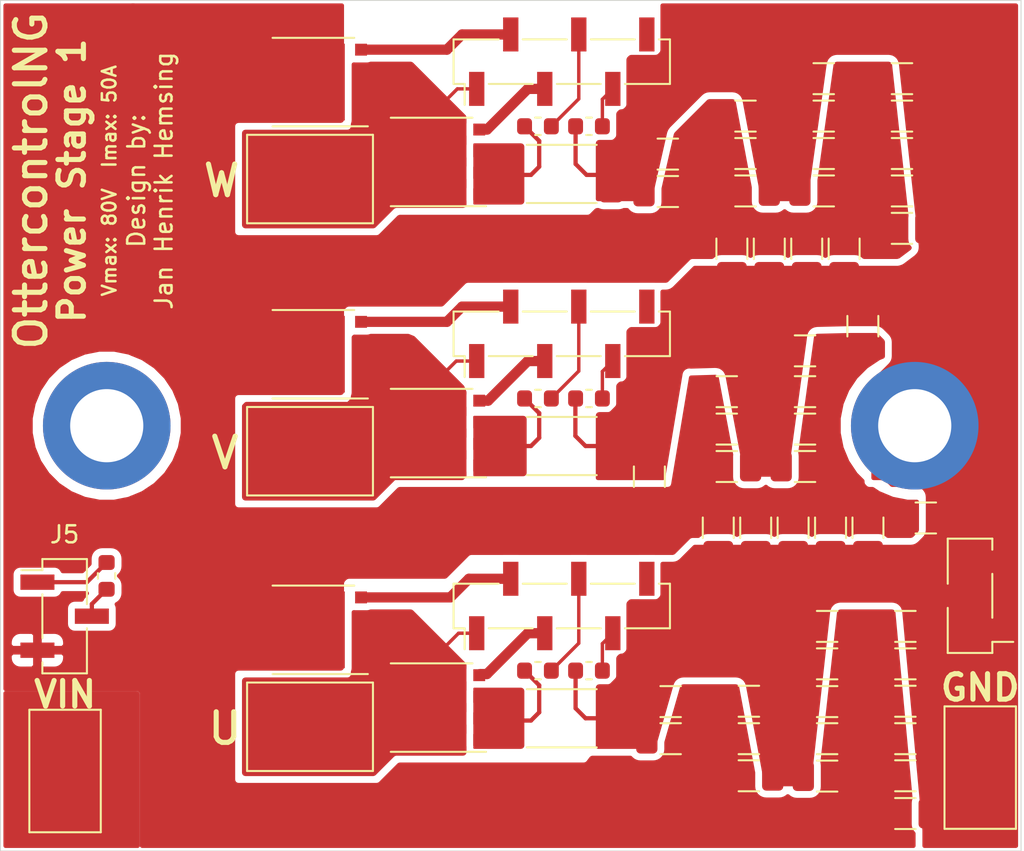
<source format=kicad_pcb>
(kicad_pcb (version 20171130) (host pcbnew 5.1.0)
  (layers (0 F.Cu signal) (31 B.Cu signal) (34 B.Paste user) (35 F.Paste user) (36 B.SilkS user) (37 F.SilkS user) (38 B.Mask user) (39 F.Mask user) (44 Edge.Cuts user))
  (net 0 "")
  (net 1 IUH)
  (net 2 U)
  (net 3 GUH)
  (net 4 IUL)
  (net 5 GUL)
  (net 6 IVH)
  (net 7 V)
  (net 8 GVH)
  (net 9 IVL)
  (net 10 GVL)
  (net 11 IWH)
  (net 12 W)
  (net 13 GWH)
  (net 14 IWL)
  (net 15 GWL)
  (net 16 GND)
  (net 17 "Net-(Q2-Pad1)")
  (net 18 "Net-(Q4-Pad1)")
  (net 19 "Net-(Q6-Pad1)")
  (net 20 VIN)
  (net 21 "Net-(J1-Pad6)")
  (net 22 "Net-(J2-Pad6)")
  (net 23 "Net-(J3-Pad6)")
  (net 24 "Net-(H1-Pad1)")
  (net 25 "Net-(J5-Pad2)")
  (net 26 "Net-(J5-Pad1)")
  (module Connector_PinSocket_2.00mm:PinSocket_1x03_P2.00mm_Vertical_SMD_Pin1Left (layer F.Cu) (at 23.775 56.2)
    (fp_text reference J5 (at 0 -4.8) (layer F.SilkS))
    (fp_text value VIN)
    (pad 2 smd rect (at 1.6 0) (size 2 0.9) (layers F.Cu F.Paste F.Mask) (net 25 "Net-(J5-Pad2)"))
    (pad 3 smd rect (at -1.6 2) (size 2 0.9) (layers F.Cu F.Paste F.Mask) (net 20 VIN))
    (pad 1 smd rect (at -1.6 -2) (size 2 0.9) (layers F.Cu F.Paste F.Mask) (net 26 "Net-(J5-Pad1)"))
  )
  (module Connector_PinSocket_2.00mm:PinSocket_1x03_P2.00mm_Vertical_SMD_Pin1Left (layer F.Cu) (at 77 55 180)
    (fp_text reference J4 hide)
    (fp_text value GND)
    (pad 2 smd rect (at 1.6 0 180) (size 2 0.9) (layers F.Cu F.Paste F.Mask) (net 16 GND))
    (pad 3 smd rect (at -1.6 2 180) (size 2 0.9) (layers F.Cu F.Paste F.Mask) (net 16 GND))
    (pad 1 smd rect (at -1.6 -2 180) (size 2 0.9) (layers F.Cu F.Paste F.Mask) (net 16 GND))
  )
  (module Resistor_SMD:R_0603_1608Metric (layer F.Cu) (at 26.24 53.83 90)
    (fp_text reference TH1 hide)
    (fp_text value 10k)
    (pad 2 smd roundrect (at 0.7875 0 90) (size 0.875 0.95) (layers F.Cu F.Paste F.Mask) (net 26 "Net-(J5-Pad1)"))
    (pad 1 smd roundrect (at -0.7875 0 90) (size 0.875 0.95) (layers F.Cu F.Paste F.Mask) (net 25 "Net-(J5-Pad2)"))
  )
  (module Connector_PinSocket_2.00mm:PinSocket_1x06_P2.00mm_Vertical_SMD_Pin1Left (layer F.Cu) (at 53 23.6 90)
    (fp_text reference J3 hide)
    (fp_text value CON_U)
    (pad 6 smd rect (at 1.6 5 90) (size 2 0.9) (layers F.Cu F.Paste F.Mask) (net 23 "Net-(J3-Pad6)"))
    (pad 4 smd rect (at 1.6 1 90) (size 2 0.9) (layers F.Cu F.Paste F.Mask) (net 11 IWH))
    (pad 2 smd rect (at 1.6 -3 90) (size 2 0.9) (layers F.Cu F.Paste F.Mask) (net 13 GWH))
    (pad 5 smd rect (at -1.6 3 90) (size 2 0.9) (layers F.Cu F.Paste F.Mask) (net 14 IWL))
    (pad 3 smd rect (at -1.6 -1 90) (size 2 0.9) (layers F.Cu F.Paste F.Mask) (net 15 GWL))
    (pad 1 smd rect (at -1.6 -5 90) (size 2 0.9) (layers F.Cu F.Paste F.Mask) (net 12 W))
  )
  (module Connector_PinSocket_2.00mm:PinSocket_1x06_P2.00mm_Vertical_SMD_Pin1Left (layer F.Cu) (at 53 39.6 90)
    (fp_text reference J2 hide)
    (fp_text value CON_U)
    (pad 6 smd rect (at 1.6 5 90) (size 2 0.9) (layers F.Cu F.Paste F.Mask) (net 22 "Net-(J2-Pad6)"))
    (pad 4 smd rect (at 1.6 1 90) (size 2 0.9) (layers F.Cu F.Paste F.Mask) (net 6 IVH))
    (pad 2 smd rect (at 1.6 -3 90) (size 2 0.9) (layers F.Cu F.Paste F.Mask) (net 8 GVH))
    (pad 5 smd rect (at -1.6 3 90) (size 2 0.9) (layers F.Cu F.Paste F.Mask) (net 9 IVL))
    (pad 3 smd rect (at -1.6 -1 90) (size 2 0.9) (layers F.Cu F.Paste F.Mask) (net 10 GVL))
    (pad 1 smd rect (at -1.6 -5 90) (size 2 0.9) (layers F.Cu F.Paste F.Mask) (net 7 V))
  )
  (module Connector_PinSocket_2.00mm:PinSocket_1x06_P2.00mm_Vertical_SMD_Pin1Left (layer F.Cu) (at 53 55.6 90)
    (fp_text reference J1 hide)
    (fp_text value CON_U)
    (pad 6 smd rect (at 1.6 5 90) (size 2 0.9) (layers F.Cu F.Paste F.Mask) (net 21 "Net-(J1-Pad6)"))
    (pad 4 smd rect (at 1.6 1 90) (size 2 0.9) (layers F.Cu F.Paste F.Mask) (net 1 IUH))
    (pad 2 smd rect (at 1.6 -3 90) (size 2 0.9) (layers F.Cu F.Paste F.Mask) (net 3 GUH))
    (pad 5 smd rect (at -1.6 3 90) (size 2 0.9) (layers F.Cu F.Paste F.Mask) (net 4 IUL))
    (pad 3 smd rect (at -1.6 -1 90) (size 2 0.9) (layers F.Cu F.Paste F.Mask) (net 5 GUL))
    (pad 1 smd rect (at -1.6 -5 90) (size 2 0.9) (layers F.Cu F.Paste F.Mask) (net 2 U))
  )
  (module Capacitor_SMD:C_1206_3216Metric (layer F.Cu) (at 59.234315 29.034315 180)
    (fp_text reference C60 hide)
    (fp_text value 2u2)
    (pad 2 smd roundrect (at 1.4 0 180) (size 1.25 1.75) (layers F.Cu F.Paste F.Mask) (roundrect_rratio 0.2) (net 16 GND))
    (pad 1 smd roundrect (at -1.4 0 180) (size 1.25 1.75) (layers F.Cu F.Paste F.Mask) (roundrect_rratio 0.2) (net 20 VIN))
  )
  (module Capacitor_SMD:C_1206_3216Metric (layer F.Cu) (at 73.2 59)
    (fp_text reference C59 hide)
    (fp_text value 2u2)
    (pad 2 smd roundrect (at 1.4 0) (size 1.25 1.75) (layers F.Cu F.Paste F.Mask) (roundrect_rratio 0.2) (net 16 GND))
    (pad 1 smd roundrect (at -1.4 0) (size 1.25 1.75) (layers F.Cu F.Paste F.Mask) (roundrect_rratio 0.2) (net 20 VIN))
  )
  (module Capacitor_SMD:C_1206_3216Metric (layer F.Cu) (at 62.2 51 270)
    (fp_text reference C58 hide)
    (fp_text value 2u2)
    (pad 2 smd roundrect (at 1.4 0 270) (size 1.25 1.75) (layers F.Cu F.Paste F.Mask) (roundrect_rratio 0.2) (net 16 GND))
    (pad 1 smd roundrect (at -1.4 0 270) (size 1.25 1.75) (layers F.Cu F.Paste F.Mask) (roundrect_rratio 0.2) (net 20 VIN))
  )
  (module Capacitor_SMD:C_1206_3216Metric (layer F.Cu) (at 73.2 56.8)
    (fp_text reference C57 hide)
    (fp_text value 2u2)
    (pad 2 smd roundrect (at 1.4 0) (size 1.25 1.75) (layers F.Cu F.Paste F.Mask) (roundrect_rratio 0.2) (net 16 GND))
    (pad 1 smd roundrect (at -1.4 0) (size 1.25 1.75) (layers F.Cu F.Paste F.Mask) (roundrect_rratio 0.2) (net 20 VIN))
  )
  (module Capacitor_SMD:C_1206_3216Metric (layer F.Cu) (at 59.234315 31.234315 180)
    (fp_text reference C56 hide)
    (fp_text value 2u2)
    (pad 2 smd roundrect (at 1.4 0 180) (size 1.25 1.75) (layers F.Cu F.Paste F.Mask) (roundrect_rratio 0.2) (net 16 GND))
    (pad 1 smd roundrect (at -1.4 0 180) (size 1.25 1.75) (layers F.Cu F.Paste F.Mask) (roundrect_rratio 0.2) (net 20 VIN))
  )
  (module Capacitor_SMD:C_1206_3216Metric (layer F.Cu) (at 74.4 50.425)
    (fp_text reference C55 hide)
    (fp_text value 2u2)
    (pad 2 smd roundrect (at 1.4 0) (size 1.25 1.75) (layers F.Cu F.Paste F.Mask) (roundrect_rratio 0.2) (net 16 GND))
    (pad 1 smd roundrect (at -1.4 0) (size 1.25 1.75) (layers F.Cu F.Paste F.Mask) (roundrect_rratio 0.2) (net 20 VIN))
  )
  (module Capacitor_SMD:C_1206_3216Metric (layer F.Cu) (at 68.6 59 180)
    (fp_text reference C54 hide)
    (fp_text value 2u2)
    (pad 2 smd roundrect (at 1.4 0 180) (size 1.25 1.75) (layers F.Cu F.Paste F.Mask) (roundrect_rratio 0.2) (net 16 GND))
    (pad 1 smd roundrect (at -1.4 0 180) (size 1.25 1.75) (layers F.Cu F.Paste F.Mask) (roundrect_rratio 0.2) (net 20 VIN))
  )
  (module Capacitor_SMD:C_1206_3216Metric (layer F.Cu) (at 64.4 50.999999 270)
    (fp_text reference C53 hide)
    (fp_text value 2u2)
    (pad 2 smd roundrect (at 1.4 0 270) (size 1.25 1.75) (layers F.Cu F.Paste F.Mask) (roundrect_rratio 0.2) (net 16 GND))
    (pad 1 smd roundrect (at -1.4 0 270) (size 1.25 1.75) (layers F.Cu F.Paste F.Mask) (roundrect_rratio 0.2) (net 20 VIN))
  )
  (module Capacitor_SMD:C_1206_3216Metric (layer F.Cu) (at 73.2 65.58)
    (fp_text reference C52 hide)
    (fp_text value 2u2)
    (pad 2 smd roundrect (at 1.4 0) (size 1.25 1.75) (layers F.Cu F.Paste F.Mask) (roundrect_rratio 0.2) (net 16 GND))
    (pad 1 smd roundrect (at -1.4 0) (size 1.25 1.75) (layers F.Cu F.Paste F.Mask) (roundrect_rratio 0.2) (net 20 VIN))
  )
  (module Capacitor_SMD:C_1206_3216Metric (layer F.Cu) (at 68.6 56.8 180)
    (fp_text reference C51 hide)
    (fp_text value 2u2)
    (pad 2 smd roundrect (at 1.4 0 180) (size 1.25 1.75) (layers F.Cu F.Paste F.Mask) (roundrect_rratio 0.2) (net 16 GND))
    (pad 1 smd roundrect (at -1.4 0 180) (size 1.25 1.75) (layers F.Cu F.Paste F.Mask) (roundrect_rratio 0.2) (net 20 VIN))
  )
  (module Capacitor_SMD:C_1206_3216Metric (layer F.Cu) (at 68.400001 26.8 180)
    (fp_text reference C50 hide)
    (fp_text value 2u2)
    (pad 2 smd roundrect (at 1.4 0 180) (size 1.25 1.75) (layers F.Cu F.Paste F.Mask) (roundrect_rratio 0.2) (net 16 GND))
    (pad 1 smd roundrect (at -1.4 0 180) (size 1.25 1.75) (layers F.Cu F.Paste F.Mask) (roundrect_rratio 0.2) (net 20 VIN))
  )
  (module Capacitor_SMD:C_1206_3216Metric (layer F.Cu) (at 66.6 51 270)
    (fp_text reference C49 hide)
    (fp_text value 2u2)
    (pad 2 smd roundrect (at 1.4 0 270) (size 1.25 1.75) (layers F.Cu F.Paste F.Mask) (roundrect_rratio 0.2) (net 16 GND))
    (pad 1 smd roundrect (at -1.4 0 270) (size 1.25 1.75) (layers F.Cu F.Paste F.Mask) (roundrect_rratio 0.2) (net 20 VIN))
  )
  (module Capacitor_SMD:C_1206_3216Metric (layer F.Cu) (at 68.4 29 180)
    (fp_text reference C48 hide)
    (fp_text value 2u2)
    (pad 2 smd roundrect (at 1.4 0 180) (size 1.25 1.75) (layers F.Cu F.Paste F.Mask) (roundrect_rratio 0.2) (net 16 GND))
    (pad 1 smd roundrect (at -1.4 0 180) (size 1.25 1.75) (layers F.Cu F.Paste F.Mask) (roundrect_rratio 0.2) (net 20 VIN))
  )
  (module Capacitor_SMD:C_1206_3216Metric (layer F.Cu) (at 73.2 63.4)
    (fp_text reference C47 hide)
    (fp_text value 2u2)
    (pad 2 smd roundrect (at 1.4 0) (size 1.25 1.75) (layers F.Cu F.Paste F.Mask) (roundrect_rratio 0.2) (net 16 GND))
    (pad 1 smd roundrect (at -1.4 0) (size 1.25 1.75) (layers F.Cu F.Paste F.Mask) (roundrect_rratio 0.2) (net 20 VIN))
  )
  (module Capacitor_SMD:C_1206_3216Metric (layer F.Cu) (at 68.4 24.6 180)
    (fp_text reference C46 hide)
    (fp_text value 2u2)
    (pad 2 smd roundrect (at 1.4 0 180) (size 1.25 1.75) (layers F.Cu F.Paste F.Mask) (roundrect_rratio 0.2) (net 16 GND))
    (pad 1 smd roundrect (at -1.4 0 180) (size 1.25 1.75) (layers F.Cu F.Paste F.Mask) (roundrect_rratio 0.2) (net 20 VIN))
  )
  (module Capacitor_SMD:C_1206_3216Metric (layer F.Cu) (at 68.600001 61.22 180)
    (fp_text reference C45 hide)
    (fp_text value 2u2)
    (pad 2 smd roundrect (at 1.4 0 180) (size 1.25 1.75) (layers F.Cu F.Paste F.Mask) (roundrect_rratio 0.2) (net 16 GND))
    (pad 1 smd roundrect (at -1.4 0 180) (size 1.25 1.75) (layers F.Cu F.Paste F.Mask) (roundrect_rratio 0.2) (net 20 VIN))
  )
  (module Capacitor_SMD:C_1206_3216Metric (layer F.Cu) (at 68.4 31.2 180)
    (fp_text reference C44 hide)
    (fp_text value 2u2)
    (pad 2 smd roundrect (at 1.4 0 180) (size 1.25 1.75) (layers F.Cu F.Paste F.Mask) (roundrect_rratio 0.2) (net 16 GND))
    (pad 1 smd roundrect (at -1.4 0 180) (size 1.25 1.75) (layers F.Cu F.Paste F.Mask) (roundrect_rratio 0.2) (net 20 VIN))
  )
  (module Capacitor_SMD:C_1206_3216Metric (layer F.Cu) (at 63.8 31.2)
    (fp_text reference C43 hide)
    (fp_text value 2u2)
    (pad 2 smd roundrect (at 1.4 0) (size 1.25 1.75) (layers F.Cu F.Paste F.Mask) (roundrect_rratio 0.2) (net 16 GND))
    (pad 1 smd roundrect (at -1.4 0) (size 1.25 1.75) (layers F.Cu F.Paste F.Mask) (roundrect_rratio 0.2) (net 20 VIN))
  )
  (module Capacitor_SMD:C_1206_3216Metric (layer F.Cu) (at 73.2 61.2)
    (fp_text reference C42 hide)
    (fp_text value 2u2)
    (pad 2 smd roundrect (at 1.4 0) (size 1.25 1.75) (layers F.Cu F.Paste F.Mask) (roundrect_rratio 0.2) (net 16 GND))
    (pad 1 smd roundrect (at -1.4 0) (size 1.25 1.75) (layers F.Cu F.Paste F.Mask) (roundrect_rratio 0.2) (net 20 VIN))
  )
  (module Capacitor_SMD:C_1206_3216Metric (layer F.Cu) (at 68.8 51 270)
    (fp_text reference C41 hide)
    (fp_text value 2u2)
    (pad 2 smd roundrect (at 1.4 0 270) (size 1.25 1.75) (layers F.Cu F.Paste F.Mask) (roundrect_rratio 0.2) (net 16 GND))
    (pad 1 smd roundrect (at -1.4 0 270) (size 1.25 1.75) (layers F.Cu F.Paste F.Mask) (roundrect_rratio 0.2) (net 20 VIN))
  )
  (module Capacitor_SMD:C_1206_3216Metric (layer F.Cu) (at 63.8 29)
    (fp_text reference C40 hide)
    (fp_text value 2u2)
    (pad 2 smd roundrect (at 1.4 0) (size 1.25 1.75) (layers F.Cu F.Paste F.Mask) (roundrect_rratio 0.2) (net 16 GND))
    (pad 1 smd roundrect (at -1.4 0) (size 1.25 1.75) (layers F.Cu F.Paste F.Mask) (roundrect_rratio 0.2) (net 20 VIN))
  )
  (module Capacitor_SMD:C_1206_3216Metric (layer F.Cu) (at 68.6 63.4 180)
    (fp_text reference C39 hide)
    (fp_text value 2u2)
    (pad 2 smd roundrect (at 1.4 0 180) (size 1.25 1.75) (layers F.Cu F.Paste F.Mask) (roundrect_rratio 0.2) (net 16 GND))
    (pad 1 smd roundrect (at -1.4 0 180) (size 1.25 1.75) (layers F.Cu F.Paste F.Mask) (roundrect_rratio 0.2) (net 20 VIN))
  )
  (module Capacitor_SMD:C_1206_3216Metric (layer F.Cu) (at 65.2 34.6 270)
    (fp_text reference C38 hide)
    (fp_text value 2u2)
    (pad 2 smd roundrect (at 1.4 0 270) (size 1.25 1.75) (layers F.Cu F.Paste F.Mask) (roundrect_rratio 0.2) (net 16 GND))
    (pad 1 smd roundrect (at -1.4 0 270) (size 1.25 1.75) (layers F.Cu F.Paste F.Mask) (roundrect_rratio 0.2) (net 20 VIN))
  )
  (module Capacitor_SMD:C_1206_3216Metric (layer F.Cu) (at 64.000001 65.58)
    (fp_text reference C37 hide)
    (fp_text value 2u2)
    (pad 2 smd roundrect (at 1.4 0) (size 1.25 1.75) (layers F.Cu F.Paste F.Mask) (roundrect_rratio 0.2) (net 16 GND))
    (pad 1 smd roundrect (at -1.4 0) (size 1.25 1.75) (layers F.Cu F.Paste F.Mask) (roundrect_rratio 0.2) (net 20 VIN))
  )
  (module Capacitor_SMD:C_1206_3216Metric (layer F.Cu) (at 63.8 26.8)
    (fp_text reference C36 hide)
    (fp_text value 2u2)
    (pad 2 smd roundrect (at 1.4 0) (size 1.25 1.75) (layers F.Cu F.Paste F.Mask) (roundrect_rratio 0.2) (net 16 GND))
    (pad 1 smd roundrect (at -1.4 0) (size 1.25 1.75) (layers F.Cu F.Paste F.Mask) (roundrect_rratio 0.2) (net 20 VIN))
  )
  (module Capacitor_SMD:C_1206_3216Metric (layer F.Cu) (at 73 33.4)
    (fp_text reference C35 hide)
    (fp_text value 2u2)
    (pad 2 smd roundrect (at 1.4 0) (size 1.25 1.75) (layers F.Cu F.Paste F.Mask) (roundrect_rratio 0.2) (net 16 GND))
    (pad 1 smd roundrect (at -1.4 0) (size 1.25 1.75) (layers F.Cu F.Paste F.Mask) (roundrect_rratio 0.2) (net 20 VIN))
  )
  (module Capacitor_SMD:C_1206_3216Metric (layer F.Cu) (at 68.6 65.6 180)
    (fp_text reference C34 hide)
    (fp_text value 2u2)
    (pad 2 smd roundrect (at 1.4 0 180) (size 1.25 1.75) (layers F.Cu F.Paste F.Mask) (roundrect_rratio 0.2) (net 16 GND))
    (pad 1 smd roundrect (at -1.4 0 180) (size 1.25 1.75) (layers F.Cu F.Paste F.Mask) (roundrect_rratio 0.2) (net 20 VIN))
  )
  (module Capacitor_SMD:C_1206_3216Metric (layer F.Cu) (at 67.4 34.600001 270)
    (fp_text reference C33 hide)
    (fp_text value 2u2)
    (pad 2 smd roundrect (at 1.4 0 270) (size 1.25 1.75) (layers F.Cu F.Paste F.Mask) (roundrect_rratio 0.2) (net 16 GND))
    (pad 1 smd roundrect (at -1.4 0 270) (size 1.25 1.75) (layers F.Cu F.Paste F.Mask) (roundrect_rratio 0.2) (net 20 VIN))
  )
  (module Capacitor_SMD:C_1206_3216Metric (layer F.Cu) (at 73 29)
    (fp_text reference C32 hide)
    (fp_text value 2u2)
    (pad 2 smd roundrect (at 1.4 0) (size 1.25 1.75) (layers F.Cu F.Paste F.Mask) (roundrect_rratio 0.2) (net 16 GND))
    (pad 1 smd roundrect (at -1.4 0) (size 1.25 1.75) (layers F.Cu F.Paste F.Mask) (roundrect_rratio 0.2) (net 20 VIN))
  )
  (module Capacitor_SMD:C_1206_3216Metric (layer F.Cu) (at 64 63.4)
    (fp_text reference C31 hide)
    (fp_text value 2u2)
    (pad 2 smd roundrect (at 1.4 0) (size 1.25 1.75) (layers F.Cu F.Paste F.Mask) (roundrect_rratio 0.2) (net 16 GND))
    (pad 1 smd roundrect (at -1.4 0) (size 1.25 1.75) (layers F.Cu F.Paste F.Mask) (roundrect_rratio 0.2) (net 20 VIN))
  )
  (module Capacitor_SMD:C_1206_3216Metric (layer F.Cu) (at 59.399999 61.22 180)
    (fp_text reference C29 hide)
    (fp_text value 2u2)
    (pad 2 smd roundrect (at 1.4 0 180) (size 1.25 1.75) (layers F.Cu F.Paste F.Mask) (roundrect_rratio 0.2) (net 16 GND))
    (pad 1 smd roundrect (at -1.4 0 180) (size 1.25 1.75) (layers F.Cu F.Paste F.Mask) (roundrect_rratio 0.2) (net 20 VIN))
  )
  (module Capacitor_SMD:C_1206_3216Metric (layer F.Cu) (at 73 26.8)
    (fp_text reference C28 hide)
    (fp_text value 2u2)
    (pad 2 smd roundrect (at 1.4 0) (size 1.25 1.75) (layers F.Cu F.Paste F.Mask) (roundrect_rratio 0.2) (net 16 GND))
    (pad 1 smd roundrect (at -1.4 0) (size 1.25 1.75) (layers F.Cu F.Paste F.Mask) (roundrect_rratio 0.2) (net 20 VIN))
  )
  (module Capacitor_SMD:C_1206_3216Metric (layer F.Cu) (at 64 61.2)
    (fp_text reference C26 hide)
    (fp_text value 2u2)
    (pad 2 smd roundrect (at 1.4 0) (size 1.25 1.75) (layers F.Cu F.Paste F.Mask) (roundrect_rratio 0.2) (net 16 GND))
    (pad 1 smd roundrect (at -1.4 0) (size 1.25 1.75) (layers F.Cu F.Paste F.Mask) (roundrect_rratio 0.2) (net 20 VIN))
  )
  (module Capacitor_SMD:C_1206_3216Metric (layer F.Cu) (at 63 34.6 270)
    (fp_text reference C25 hide)
    (fp_text value 2u2)
    (pad 2 smd roundrect (at 1.4 0 270) (size 1.25 1.75) (layers F.Cu F.Paste F.Mask) (roundrect_rratio 0.2) (net 16 GND))
    (pad 1 smd roundrect (at -1.4 0 270) (size 1.25 1.75) (layers F.Cu F.Paste F.Mask) (roundrect_rratio 0.2) (net 20 VIN))
  )
  (module Capacitor_SMD:C_1206_3216Metric (layer F.Cu) (at 73 24.6)
    (fp_text reference C24 hide)
    (fp_text value 2u2)
    (pad 2 smd roundrect (at 1.4 0) (size 1.25 1.75) (layers F.Cu F.Paste F.Mask) (roundrect_rratio 0.2) (net 16 GND))
    (pad 1 smd roundrect (at -1.4 0) (size 1.25 1.75) (layers F.Cu F.Paste F.Mask) (roundrect_rratio 0.2) (net 20 VIN))
  )
  (module Capacitor_SMD:C_1206_3216Metric (layer F.Cu) (at 59.4 63.4 180)
    (fp_text reference C23 hide)
    (fp_text value 2u2)
    (pad 2 smd roundrect (at 1.4 0 180) (size 1.25 1.75) (layers F.Cu F.Paste F.Mask) (roundrect_rratio 0.2) (net 16 GND))
    (pad 1 smd roundrect (at -1.4 0 180) (size 1.25 1.75) (layers F.Cu F.Paste F.Mask) (roundrect_rratio 0.2) (net 20 VIN))
  )
  (module Capacitor_SMD:C_1206_3216Metric (layer F.Cu) (at 69.6 34.6 270)
    (fp_text reference C22 hide)
    (fp_text value 2u2)
    (pad 2 smd roundrect (at 1.4 0 270) (size 1.25 1.75) (layers F.Cu F.Paste F.Mask) (roundrect_rratio 0.2) (net 16 GND))
    (pad 1 smd roundrect (at -1.4 0 270) (size 1.25 1.75) (layers F.Cu F.Paste F.Mask) (roundrect_rratio 0.2) (net 20 VIN))
  )
  (module Capacitor_SMD:C_1206_3216Metric (layer F.Cu) (at 71 51 270)
    (fp_text reference C21 hide)
    (fp_text value 2u2)
    (pad 2 smd roundrect (at 1.4 0 270) (size 1.25 1.75) (layers F.Cu F.Paste F.Mask) (roundrect_rratio 0.2) (net 16 GND))
    (pad 1 smd roundrect (at -1.4 0 270) (size 1.25 1.75) (layers F.Cu F.Paste F.Mask) (roundrect_rratio 0.2) (net 20 VIN))
  )
  (module Capacitor_SMD:C_1206_3216Metric (layer F.Cu) (at 73 31.2)
    (fp_text reference C20 hide)
    (fp_text value 2u2)
    (pad 2 smd roundrect (at 1.4 0) (size 1.25 1.75) (layers F.Cu F.Paste F.Mask) (roundrect_rratio 0.2) (net 16 GND))
    (pad 1 smd roundrect (at -1.4 0) (size 1.25 1.75) (layers F.Cu F.Paste F.Mask) (roundrect_rratio 0.2) (net 20 VIN))
  )
  (module Capacitor_SMD:C_1206_3216Metric (layer F.Cu) (at 70.7 39.15 90)
    (fp_text reference C15 hide)
    (fp_text value 2u2)
    (pad 2 smd roundrect (at 1.4 0 90) (size 1.25 1.75) (layers F.Cu F.Paste F.Mask) (roundrect_rratio 0.2) (net 16 GND))
    (pad 1 smd roundrect (at -1.4 0 90) (size 1.25 1.75) (layers F.Cu F.Paste F.Mask) (roundrect_rratio 0.2) (net 20 VIN))
  )
  (module Capacitor_SMD:C_1206_3216Metric (layer F.Cu) (at 67.300001 45.2 180)
    (fp_text reference C14 hide)
    (fp_text value 2u2)
    (pad 2 smd roundrect (at 1.4 0 180) (size 1.25 1.75) (layers F.Cu F.Paste F.Mask) (roundrect_rratio 0.2) (net 16 GND))
    (pad 1 smd roundrect (at -1.4 0 180) (size 1.25 1.75) (layers F.Cu F.Paste F.Mask) (roundrect_rratio 0.2) (net 20 VIN))
  )
  (module Capacitor_SMD:C_1206_3216Metric (layer F.Cu) (at 73.2 67.8)
    (fp_text reference C13 hide)
    (fp_text value 2u2)
    (pad 2 smd roundrect (at 1.4 0) (size 1.25 1.75) (layers F.Cu F.Paste F.Mask) (roundrect_rratio 0.2) (net 16 GND))
    (pad 1 smd roundrect (at -1.4 0) (size 1.25 1.75) (layers F.Cu F.Paste F.Mask) (roundrect_rratio 0.2) (net 20 VIN))
  )
  (module Capacitor_SMD:C_1206_3216Metric (layer F.Cu) (at 62.7 43)
    (fp_text reference C11 hide)
    (fp_text value 2u2)
    (pad 2 smd roundrect (at 1.4 0) (size 1.25 1.75) (layers F.Cu F.Paste F.Mask) (roundrect_rratio 0.2) (net 16 GND))
    (pad 1 smd roundrect (at -1.4 0) (size 1.25 1.75) (layers F.Cu F.Paste F.Mask) (roundrect_rratio 0.2) (net 20 VIN))
  )
  (module Capacitor_SMD:C_1206_3216Metric (layer F.Cu) (at 67.300001 47.4 180)
    (fp_text reference C9 hide)
    (fp_text value 2u2)
    (pad 2 smd roundrect (at 1.4 0 180) (size 1.25 1.75) (layers F.Cu F.Paste F.Mask) (roundrect_rratio 0.2) (net 16 GND))
    (pad 1 smd roundrect (at -1.4 0 180) (size 1.25 1.75) (layers F.Cu F.Paste F.Mask) (roundrect_rratio 0.2) (net 20 VIN))
  )
  (module Capacitor_SMD:C_1206_3216Metric (layer F.Cu) (at 67.3 40.6 180)
    (fp_text reference C7 hide)
    (fp_text value 2u2)
    (pad 2 smd roundrect (at 1.4 0 180) (size 1.25 1.75) (layers F.Cu F.Paste F.Mask) (roundrect_rratio 0.2) (net 16 GND))
    (pad 1 smd roundrect (at -1.4 0 180) (size 1.25 1.75) (layers F.Cu F.Paste F.Mask) (roundrect_rratio 0.2) (net 20 VIN))
  )
  (module Capacitor_SMD:C_1206_3216Metric (layer F.Cu) (at 62.699999 47.4)
    (fp_text reference C5 hide)
    (fp_text value 2u2)
    (pad 2 smd roundrect (at 1.4 0) (size 1.25 1.75) (layers F.Cu F.Paste F.Mask) (roundrect_rratio 0.2) (net 16 GND))
    (pad 1 smd roundrect (at -1.4 0) (size 1.25 1.75) (layers F.Cu F.Paste F.Mask) (roundrect_rratio 0.2) (net 20 VIN))
  )
  (module Capacitor_SMD:C_1206_3216Metric (layer F.Cu) (at 62.699999 45.2)
    (fp_text reference C3 hide)
    (fp_text value 2u2)
    (pad 2 smd roundrect (at 1.4 0) (size 1.25 1.75) (layers F.Cu F.Paste F.Mask) (roundrect_rratio 0.2) (net 16 GND))
    (pad 1 smd roundrect (at -1.4 0) (size 1.25 1.75) (layers F.Cu F.Paste F.Mask) (roundrect_rratio 0.2) (net 20 VIN))
  )
  (module Capacitor_SMD:C_1206_3216Metric (layer F.Cu) (at 58.15 48 90)
    (fp_text reference C2 hide)
    (fp_text value 2u2)
    (pad 2 smd roundrect (at 1.4 0 90) (size 1.25 1.75) (layers F.Cu F.Paste F.Mask) (roundrect_rratio 0.2) (net 16 GND))
    (pad 1 smd roundrect (at -1.4 0 90) (size 1.25 1.75) (layers F.Cu F.Paste F.Mask) (roundrect_rratio 0.2) (net 20 VIN))
  )
  (module Capacitor_SMD:C_1206_3216Metric (layer F.Cu) (at 67.300001 43 180)
    (fp_text reference C1 hide)
    (fp_text value 2u2)
    (pad 2 smd roundrect (at 1.4 0 180) (size 1.25 1.75) (layers F.Cu F.Paste F.Mask) (roundrect_rratio 0.2) (net 16 GND))
    (pad 1 smd roundrect (at -1.4 0 180) (size 1.25 1.75) (layers F.Cu F.Paste F.Mask) (roundrect_rratio 0.2) (net 20 VIN))
  )
  (module MountingHole:MountingHole_4.3mm_M4_DIN965_Pad (layer F.Cu) (at 73.75 45)
    (fp_text reference H2 hide)
    (fp_text value MountingHole_Pad)
    (pad 1 thru_hole circle (at 0 0) (size 7.5 7.5) (drill 4.3) (layers *.Cu *.Mask) (net 16 GND))
  )
  (module MountingHole:MountingHole_4.3mm_M4_DIN965_Pad (layer F.Cu) (at 26.25 45)
    (fp_text reference H1 hide)
    (fp_text value MountingHole_Pad)
    (pad 1 thru_hole circle (at 0 0) (size 7.5 7.5) (drill 4.3) (layers *.Cu *.Mask) (net 24 "Net-(H1-Pad1)"))
  )
  (module Resistor_SMD:R_2512_6332Metric (layer F.Cu) (at 53 30.200001)
    (fp_text reference R7 hide)
    (fp_text value R001)
    (pad 2 smd roundrect (at 2.9 0) (size 1.35 3.35) (layers F.Cu F.Paste F.Mask) (roundrect_rratio 0.185185) (net 16 GND))
    (pad 1 smd roundrect (at -2.9 0) (size 1.35 3.35) (layers F.Cu F.Paste F.Mask) (roundrect_rratio 0.185185) (net 19 "Net-(Q6-Pad1)"))
  )
  (module Package_SON:VSONP-8-1EP_5x6_P1.27mm (layer F.Cu) (at 45.348 29.495999 180)
    (fp_text reference Q6 hide)
    (fp_text value AON6276)
    (pad 3 smd rect (at 2.8 0.635 180) (size 0.7 0.7) (layers F.Cu F.Paste F.Mask) (net 12 W))
    (pad 3 smd rect (at 2.8 -0.635 180) (size 0.7 0.7) (layers F.Cu F.Paste F.Mask) (net 12 W))
    (pad 3 smd rect (at 2.8 -1.905 180) (size 0.7 0.7) (layers F.Cu F.Paste F.Mask) (net 12 W))
    (pad 3 smd rect (at 2.8 1.905 180) (size 0.7 0.7) (layers F.Cu F.Paste F.Mask) (net 12 W))
    (pad 2 smd rect (at -2.8 1.905 180) (size 0.7 0.7) (layers F.Cu F.Paste F.Mask) (net 15 GWL))
    (pad 1 smd rect (at -2.8 -1.905 180) (size 0.7 0.7) (layers F.Cu F.Paste F.Mask) (net 19 "Net-(Q6-Pad1)"))
    (pad 1 smd rect (at -2.8 -0.635 180) (size 0.7 0.7) (layers F.Cu F.Paste F.Mask) (net 19 "Net-(Q6-Pad1)"))
    (pad 1 smd rect (at -2.8 0.635 180) (size 0.7 0.7) (layers F.Cu F.Paste F.Mask) (net 19 "Net-(Q6-Pad1)"))
    (pad 3 smd rect (at 0.33 0 180) (size 4.35 4.51) (layers F.Cu F.Mask) (net 12 W))
  )
  (module Package_SON:VSONP-8-1EP_5x6_P1.27mm (layer F.Cu) (at 38.4 24.8 180)
    (fp_text reference Q5 hide)
    (fp_text value AON6276)
    (pad 3 smd rect (at 2.8 0.635 180) (size 0.7 0.7) (layers F.Cu F.Paste F.Mask) (net 20 VIN))
    (pad 3 smd rect (at 2.8 -0.635 180) (size 0.7 0.7) (layers F.Cu F.Paste F.Mask) (net 20 VIN))
    (pad 3 smd rect (at 2.8 -1.905 180) (size 0.7 0.7) (layers F.Cu F.Paste F.Mask) (net 20 VIN))
    (pad 3 smd rect (at 2.8 1.905 180) (size 0.7 0.7) (layers F.Cu F.Paste F.Mask) (net 20 VIN))
    (pad 2 smd rect (at -2.8 1.905 180) (size 0.7 0.7) (layers F.Cu F.Paste F.Mask) (net 13 GWH))
    (pad 1 smd rect (at -2.8 -1.905 180) (size 0.7 0.7) (layers F.Cu F.Paste F.Mask) (net 12 W))
    (pad 1 smd rect (at -2.8 -0.635 180) (size 0.7 0.7) (layers F.Cu F.Paste F.Mask) (net 12 W))
    (pad 1 smd rect (at -2.8 0.635 180) (size 0.7 0.7) (layers F.Cu F.Paste F.Mask) (net 12 W))
    (pad 3 smd rect (at 0.33 0 180) (size 4.35 4.51) (layers F.Cu F.Mask) (net 20 VIN))
  )
  (module Package_SON:VSONP-8-1EP_5x6_P1.27mm (layer F.Cu) (at 45.348 45.434 180)
    (fp_text reference Q4 hide)
    (fp_text value AON6276)
    (pad 3 smd rect (at 2.8 0.635 180) (size 0.7 0.7) (layers F.Cu F.Paste F.Mask) (net 7 V))
    (pad 3 smd rect (at 2.8 -0.635 180) (size 0.7 0.7) (layers F.Cu F.Paste F.Mask) (net 7 V))
    (pad 3 smd rect (at 2.8 -1.905 180) (size 0.7 0.7) (layers F.Cu F.Paste F.Mask) (net 7 V))
    (pad 3 smd rect (at 2.8 1.905 180) (size 0.7 0.7) (layers F.Cu F.Paste F.Mask) (net 7 V))
    (pad 2 smd rect (at -2.8 1.905 180) (size 0.7 0.7) (layers F.Cu F.Paste F.Mask) (net 10 GVL))
    (pad 1 smd rect (at -2.8 -1.905 180) (size 0.7 0.7) (layers F.Cu F.Paste F.Mask) (net 18 "Net-(Q4-Pad1)"))
    (pad 1 smd rect (at -2.8 -0.635 180) (size 0.7 0.7) (layers F.Cu F.Paste F.Mask) (net 18 "Net-(Q4-Pad1)"))
    (pad 1 smd rect (at -2.8 0.635 180) (size 0.7 0.7) (layers F.Cu F.Paste F.Mask) (net 18 "Net-(Q4-Pad1)"))
    (pad 3 smd rect (at 0.33 0 180) (size 4.35 4.51) (layers F.Cu F.Mask) (net 7 V))
  )
  (module Package_SON:VSONP-8-1EP_5x6_P1.27mm (layer F.Cu) (at 38.4 40.8 180)
    (fp_text reference Q3 hide)
    (fp_text value AON6276)
    (pad 3 smd rect (at 2.8 0.635 180) (size 0.7 0.7) (layers F.Cu F.Paste F.Mask) (net 20 VIN))
    (pad 3 smd rect (at 2.8 -0.635 180) (size 0.7 0.7) (layers F.Cu F.Paste F.Mask) (net 20 VIN))
    (pad 3 smd rect (at 2.8 -1.905 180) (size 0.7 0.7) (layers F.Cu F.Paste F.Mask) (net 20 VIN))
    (pad 3 smd rect (at 2.8 1.905 180) (size 0.7 0.7) (layers F.Cu F.Paste F.Mask) (net 20 VIN))
    (pad 2 smd rect (at -2.8 1.905 180) (size 0.7 0.7) (layers F.Cu F.Paste F.Mask) (net 8 GVH))
    (pad 1 smd rect (at -2.8 -1.905 180) (size 0.7 0.7) (layers F.Cu F.Paste F.Mask) (net 7 V))
    (pad 1 smd rect (at -2.8 -0.635 180) (size 0.7 0.7) (layers F.Cu F.Paste F.Mask) (net 7 V))
    (pad 1 smd rect (at -2.8 0.635 180) (size 0.7 0.7) (layers F.Cu F.Paste F.Mask) (net 7 V))
    (pad 3 smd rect (at 0.33 0 180) (size 4.35 4.51) (layers F.Cu F.Mask) (net 20 VIN))
  )
  (module Package_SON:VSONP-8-1EP_5x6_P1.27mm (layer F.Cu) (at 45.348 61.572 180)
    (fp_text reference Q2 hide)
    (fp_text value AON6276)
    (pad 3 smd rect (at 2.8 0.635 180) (size 0.7 0.7) (layers F.Cu F.Paste F.Mask) (net 2 U))
    (pad 3 smd rect (at 2.8 -0.635 180) (size 0.7 0.7) (layers F.Cu F.Paste F.Mask) (net 2 U))
    (pad 3 smd rect (at 2.8 -1.905 180) (size 0.7 0.7) (layers F.Cu F.Paste F.Mask) (net 2 U))
    (pad 3 smd rect (at 2.8 1.905 180) (size 0.7 0.7) (layers F.Cu F.Paste F.Mask) (net 2 U))
    (pad 2 smd rect (at -2.8 1.905 180) (size 0.7 0.7) (layers F.Cu F.Paste F.Mask) (net 5 GUL))
    (pad 1 smd rect (at -2.8 -1.905 180) (size 0.7 0.7) (layers F.Cu F.Paste F.Mask) (net 17 "Net-(Q2-Pad1)"))
    (pad 1 smd rect (at -2.8 -0.635 180) (size 0.7 0.7) (layers F.Cu F.Paste F.Mask) (net 17 "Net-(Q2-Pad1)"))
    (pad 1 smd rect (at -2.8 0.635 180) (size 0.7 0.7) (layers F.Cu F.Paste F.Mask) (net 17 "Net-(Q2-Pad1)"))
    (pad 3 smd rect (at 0.33 0 180) (size 4.35 4.51) (layers F.Cu F.Mask) (net 2 U))
  )
  (module Package_SON:VSONP-8-1EP_5x6_P1.27mm (layer F.Cu) (at 38.4 57 180)
    (fp_text reference Q1 hide)
    (fp_text value AON6276)
    (pad 3 smd rect (at 2.8 0.635 180) (size 0.7 0.7) (layers F.Cu F.Paste F.Mask) (net 20 VIN))
    (pad 3 smd rect (at 2.8 -0.635 180) (size 0.7 0.7) (layers F.Cu F.Paste F.Mask) (net 20 VIN))
    (pad 3 smd rect (at 2.8 -1.905 180) (size 0.7 0.7) (layers F.Cu F.Paste F.Mask) (net 20 VIN))
    (pad 3 smd rect (at 2.8 1.905 180) (size 0.7 0.7) (layers F.Cu F.Paste F.Mask) (net 20 VIN))
    (pad 2 smd rect (at -2.8 1.905 180) (size 0.7 0.7) (layers F.Cu F.Paste F.Mask) (net 3 GUH))
    (pad 1 smd rect (at -2.8 -1.905 180) (size 0.7 0.7) (layers F.Cu F.Paste F.Mask) (net 2 U))
    (pad 1 smd rect (at -2.8 -0.635 180) (size 0.7 0.7) (layers F.Cu F.Paste F.Mask) (net 2 U))
    (pad 1 smd rect (at -2.8 0.635 180) (size 0.7 0.7) (layers F.Cu F.Paste F.Mask) (net 2 U))
    (pad 3 smd rect (at 0.33 0 180) (size 4.35 4.51) (layers F.Cu F.Mask) (net 20 VIN))
  )
  (module Resistor_SMD:R_0603_1608Metric (layer F.Cu) (at 54.6 27.4 180)
    (fp_text reference R9 hide)
    (fp_text value 100)
    (pad 2 smd roundrect (at 0.7875 0 180) (size 0.875 0.95) (layers F.Cu F.Paste F.Mask) (net 16 GND))
    (pad 1 smd roundrect (at -0.7875 0 180) (size 0.875 0.95) (layers F.Cu F.Paste F.Mask) (net 14 IWL))
  )
  (module Resistor_SMD:R_0603_1608Metric (layer F.Cu) (at 51.599999 27.4 180)
    (fp_text reference R8 hide)
    (fp_text value 100)
    (pad 2 smd roundrect (at 0.7875 0 180) (size 0.875 0.95) (layers F.Cu F.Paste F.Mask) (net 19 "Net-(Q6-Pad1)"))
    (pad 1 smd roundrect (at -0.7875 0 180) (size 0.875 0.95) (layers F.Cu F.Paste F.Mask) (net 11 IWH))
  )
  (module Resistor_SMD:R_0603_1608Metric (layer F.Cu) (at 54.6 43.4 180)
    (fp_text reference R6 hide)
    (fp_text value 100)
    (pad 2 smd roundrect (at 0.7875 0 180) (size 0.875 0.95) (layers F.Cu F.Paste F.Mask) (net 16 GND))
    (pad 1 smd roundrect (at -0.7875 0 180) (size 0.875 0.95) (layers F.Cu F.Paste F.Mask) (net 9 IVL))
  )
  (module Resistor_SMD:R_0603_1608Metric (layer F.Cu) (at 51.6 43.4 180)
    (fp_text reference R5 hide)
    (fp_text value 100)
    (pad 2 smd roundrect (at 0.7875 0 180) (size 0.875 0.95) (layers F.Cu F.Paste F.Mask) (net 18 "Net-(Q4-Pad1)"))
    (pad 1 smd roundrect (at -0.7875 0 180) (size 0.875 0.95) (layers F.Cu F.Paste F.Mask) (net 6 IVH))
  )
  (module Resistor_SMD:R_2512_6332Metric (layer F.Cu) (at 52.999999 46.196)
    (fp_text reference R4 hide)
    (fp_text value R001)
    (pad 2 smd roundrect (at 2.9 0) (size 1.35 3.35) (layers F.Cu F.Paste F.Mask) (roundrect_rratio 0.185185) (net 16 GND))
    (pad 1 smd roundrect (at -2.9 0) (size 1.35 3.35) (layers F.Cu F.Paste F.Mask) (roundrect_rratio 0.185185) (net 18 "Net-(Q4-Pad1)"))
  )
  (module Resistor_SMD:R_0603_1608Metric (layer F.Cu) (at 54.6 59.4 180)
    (fp_text reference R3 hide)
    (fp_text value 100)
    (pad 2 smd roundrect (at 0.7875 0 180) (size 0.875 0.95) (layers F.Cu F.Paste F.Mask) (net 16 GND))
    (pad 1 smd roundrect (at -0.7875 0 180) (size 0.875 0.95) (layers F.Cu F.Paste F.Mask) (net 4 IUL))
  )
  (module Resistor_SMD:R_0603_1608Metric (layer F.Cu) (at 51.6 59.4 180)
    (fp_text reference R2 hide)
    (fp_text value 100)
    (pad 2 smd roundrect (at 0.7875 0 180) (size 0.875 0.95) (layers F.Cu F.Paste F.Mask) (net 17 "Net-(Q2-Pad1)"))
    (pad 1 smd roundrect (at -0.7875 0 180) (size 0.875 0.95) (layers F.Cu F.Paste F.Mask) (net 1 IUH))
  )
  (module Resistor_SMD:R_2512_6332Metric (layer F.Cu) (at 53 62.2)
    (fp_text reference R1 hide)
    (fp_text value R001)
    (pad 2 smd roundrect (at 2.9 0) (size 1.35 3.35) (layers F.Cu F.Paste F.Mask) (roundrect_rratio 0.185185) (net 16 GND))
    (pad 1 smd roundrect (at -2.9 0) (size 1.35 3.35) (layers F.Cu F.Paste F.Mask) (roundrect_rratio 0.185185) (net 17 "Net-(Q2-Pad1)"))
  )
  (gr_line (start 79.7 68.7) (end 75.5 68.7) (layer F.SilkS) (width 0.12))
  (gr_line (start 79.7 61.5) (end 79.7 68.7) (layer F.SilkS) (width 0.12))
  (gr_line (start 75.5 61.5) (end 79.7 61.5) (layer F.SilkS) (width 0.12))
  (gr_line (start 75.5 68.7) (end 75.5 61.5) (layer F.SilkS) (width 0.12))
  (gr_line (start 21.7 68.9) (end 25.9 68.9) (layer F.SilkS) (width 0.12))
  (gr_line (start 21.7 61.7) (end 21.7 68.9) (layer F.SilkS) (width 0.12))
  (gr_line (start 25.9 61.7) (end 21.7 61.7) (layer F.SilkS) (width 0.12))
  (gr_line (start 25.9 68.9) (end 25.9 61.7) (layer F.SilkS) (width 0.12))
  (gr_line (start 34.5 27.9) (end 34.5 33.1) (layer F.SilkS) (width 0.12))
  (gr_line (start 41.9 27.9) (end 34.5 27.9) (layer F.SilkS) (width 0.12))
  (gr_line (start 41.9 33.1) (end 41.9 27.9) (layer F.SilkS) (width 0.12))
  (gr_line (start 34.5 33.1) (end 41.9 33.1) (layer F.SilkS) (width 0.12))
  (gr_line (start 34.5 49.1) (end 41.9 49.1) (layer F.SilkS) (width 0.12))
  (gr_line (start 34.5 43.9) (end 34.5 49.1) (layer F.SilkS) (width 0.12))
  (gr_line (start 41.9 43.9) (end 34.5 43.9) (layer F.SilkS) (width 0.12))
  (gr_line (start 41.9 49.1) (end 41.9 43.9) (layer F.SilkS) (width 0.12))
  (gr_line (start 34.5 65.3) (end 34.5 60.1) (layer F.SilkS) (width 0.12))
  (gr_line (start 41.9 65.3) (end 34.5 65.3) (layer F.SilkS) (width 0.12))
  (gr_line (start 41.9 60.1) (end 41.9 65.3) (layer F.SilkS) (width 0.12))
  (gr_line (start 34.5 60.1) (end 41.9 60.1) (layer F.SilkS) (width 0.12))
  (gr_text "Design by:\nJan Henrik Hemsing" (at 28.8 30.6 90) (layer F.SilkS) (effects (font (size 1 1))))
  (gr_text "Vmax: 80V  Imax: 50A" (at 26.4 30.6 90) (layer F.SilkS) (effects (font (size 0.8 0.8))))
  (gr_text "Power Stage 1" (at 24.2 30.6 90) (layer F.SilkS) (effects (font (size 1.5 1.5) (thickness 0.3))))
  (gr_text OttercontrolNG (at 21.8 30.6 90) (layer F.SilkS) (effects (font (size 1.8 1.8) (thickness 0.3))))
  (gr_text W (at 33 30.6) (layer F.SilkS) (effects (font (size 1.8 1.8) (thickness 0.3))))
  (gr_text V (at 33.2 46.6) (layer F.SilkS) (effects (font (size 1.8 1.8) (thickness 0.3))))
  (gr_text U (at 33.2 62.8) (layer F.SilkS) (effects (font (size 1.8 1.8) (thickness 0.3))))
  (gr_text VIN (at 23.8 60.8) (layer F.SilkS) (effects (font (size 1.5 1.5) (thickness 0.3))))
  (gr_text GND (at 77.6 60.4) (layer F.SilkS) (effects (font (size 1.5 1.5) (thickness 0.3))))
  (gr_line (start 20 20) (end 80 20) (layer Edge.Cuts) (width 0.05))
  (gr_line (start 20 70) (end 20 20) (layer Edge.Cuts) (width 0.05))
  (gr_line (start 80 70) (end 20 70) (layer Edge.Cuts) (width 0.05))
  (gr_line (start 80 20) (end 80 70) (layer Edge.Cuts) (width 0.05))
  (segment (start 54 57.7875) (end 54 54) (width 0.2) (layer F.Cu) (net 1))
  (segment (start 52.3875 59.4) (end 54 57.7875) (width 0.2) (layer F.Cu) (net 1))
  (segment (start 47.35 57.2) (end 48 57.2) (width 0.2) (layer F.Cu) (net 2))
  (segment (start 46.935 57.2) (end 47.35 57.2) (width 0.2) (layer F.Cu) (net 2))
  (segment (start 45.018 59.117) (end 46.935 57.2) (width 0.2) (layer F.Cu) (net 2))
  (segment (start 45.018 61.572) (end 45.018 59.117) (width 0.2) (layer F.Cu) (net 2))
  (segment (start 41.2 55.095) (end 46.445 55.095) (width 0.6) (layer F.Cu) (net 3))
  (segment (start 47.54 54) (end 50 54) (width 0.6) (layer F.Cu) (net 3))
  (segment (start 46.445 55.095) (end 47.54 54) (width 0.6) (layer F.Cu) (net 3))
  (segment (start 55.3875 57.8125) (end 56 57.2) (width 0.2) (layer F.Cu) (net 4))
  (segment (start 55.3875 59.4) (end 55.3875 57.8125) (width 0.2) (layer F.Cu) (net 4))
  (segment (start 51 57.2) (end 52 57.2) (width 0.6) (layer F.Cu) (net 5))
  (segment (start 48.6 59.6) (end 51 57.2) (width 0.6) (layer F.Cu) (net 5))
  (segment (start 48.148 59.667) (end 48.215 59.6) (width 0.6) (layer F.Cu) (net 5))
  (segment (start 48.215 59.6) (end 48.6 59.6) (width 0.6) (layer F.Cu) (net 5))
  (segment (start 54 41.7875) (end 54 38) (width 0.2) (layer F.Cu) (net 6))
  (segment (start 52.3875 43.4) (end 54 41.7875) (width 0.2) (layer F.Cu) (net 6))
  (segment (start 47.35 41.2) (end 48 41.2) (width 0.2) (layer F.Cu) (net 7))
  (segment (start 46.797 41.2) (end 47.35 41.2) (width 0.2) (layer F.Cu) (net 7))
  (segment (start 45.018 42.979) (end 46.797 41.2) (width 0.2) (layer F.Cu) (net 7))
  (segment (start 45.018 45.434) (end 45.018 42.979) (width 0.2) (layer F.Cu) (net 7))
  (segment (start 41.2 38.895) (end 46.245 38.895) (width 0.6) (layer F.Cu) (net 8))
  (segment (start 47.14 38) (end 50 38) (width 0.6) (layer F.Cu) (net 8))
  (segment (start 46.245 38.895) (end 47.14 38) (width 0.6) (layer F.Cu) (net 8))
  (segment (start 55.3875 41.8125) (end 56 41.2) (width 0.2) (layer F.Cu) (net 9))
  (segment (start 55.3875 43.4) (end 55.3875 41.8125) (width 0.2) (layer F.Cu) (net 9))
  (segment (start 51 41.2) (end 52 41.2) (width 0.6) (layer F.Cu) (net 10))
  (segment (start 48.148 43.529) (end 48.671 43.529) (width 0.6) (layer F.Cu) (net 10))
  (segment (start 48.671 43.529) (end 51 41.2) (width 0.6) (layer F.Cu) (net 10))
  (segment (start 54 25.787499) (end 54 22) (width 0.2) (layer F.Cu) (net 11))
  (segment (start 52.387499 27.4) (end 54 25.787499) (width 0.2) (layer F.Cu) (net 11))
  (segment (start 48 24.65) (end 48 25.2) (width 0.6) (layer F.Cu) (net 12))
  (segment (start 47.35 25.2) (end 48 25.2) (width 0.2) (layer F.Cu) (net 12))
  (segment (start 46.858999 25.2) (end 47.35 25.2) (width 0.2) (layer F.Cu) (net 12))
  (segment (start 45.018 27.040999) (end 46.858999 25.2) (width 0.2) (layer F.Cu) (net 12))
  (segment (start 45.018 29.495999) (end 45.018 27.040999) (width 0.2) (layer F.Cu) (net 12))
  (segment (start 41.2 22.895) (end 46.245 22.895) (width 0.6) (layer F.Cu) (net 13))
  (segment (start 47.14 22) (end 50 22) (width 0.6) (layer F.Cu) (net 13))
  (segment (start 46.245 22.895) (end 47.14 22) (width 0.6) (layer F.Cu) (net 13))
  (segment (start 55.3875 25.8125) (end 56 25.2) (width 0.2) (layer F.Cu) (net 14))
  (segment (start 55.3875 27.4) (end 55.3875 25.8125) (width 0.2) (layer F.Cu) (net 14))
  (segment (start 51 25.2) (end 52 25.2) (width 0.6) (layer F.Cu) (net 15))
  (segment (start 48.148 27.590999) (end 48.609001 27.590999) (width 0.6) (layer F.Cu) (net 15))
  (segment (start 48.609001 27.590999) (end 51 25.2) (width 0.6) (layer F.Cu) (net 15))
  (segment (start 53.8125 29.6125) (end 53.8125 27.4) (width 0.25) (layer F.Cu) (net 16))
  (segment (start 55.868001 30.258) (end 54.458 30.258) (width 0.25) (layer F.Cu) (net 16))
  (segment (start 54.458 30.258) (end 53.8125 29.6125) (width 0.25) (layer F.Cu) (net 16))
  (segment (start 53.8 43.4) (end 53.8125 43.4) (width 0.25) (layer F.Cu) (net 16))
  (segment (start 53.8 45.6) (end 53.8 43.4) (width 0.25) (layer F.Cu) (net 16))
  (segment (start 55.868001 46.196) (end 54.396 46.196) (width 0.25) (layer F.Cu) (net 16))
  (segment (start 54.396 46.196) (end 53.8 45.6) (width 0.25) (layer F.Cu) (net 16))
  (segment (start 53.8125 61.6125) (end 53.8125 59.4) (width 0.25) (layer F.Cu) (net 16))
  (segment (start 54.4 62.2) (end 53.8125 61.6125) (width 0.25) (layer F.Cu) (net 16))
  (segment (start 55.836 62.2) (end 54.4 62.2) (width 0.25) (layer F.Cu) (net 16))
  (segment (start 55.868 62.334001) (end 55.868 62.168) (width 0.25) (layer F.Cu) (net 16))
  (segment (start 55.868 62.168) (end 55.836 62.2) (width 0.25) (layer F.Cu) (net 16))
  (segment (start 66.30429 23.90429) (end 62.50429 23.90429) (width 0.8) (layer F.Cu) (net 16))
  (segment (start 67 24.6) (end 66.30429 23.90429) (width 0.8) (layer F.Cu) (net 16))
  (segment (start 50.068 62.334001) (end 51.19 62.334) (width 0.25) (layer F.Cu) (net 17))
  (segment (start 51.19 62.334) (end 51.6725 61.8515) (width 0.25) (layer F.Cu) (net 17))
  (segment (start 51.6725 60.26) (end 50.8125 59.4) (width 0.25) (layer F.Cu) (net 17))
  (segment (start 51.6725 61.8515) (end 51.6725 60.26) (width 0.25) (layer F.Cu) (net 17))
  (segment (start 50.067999 46.195999) (end 51.19 46.196) (width 0.25) (layer F.Cu) (net 18))
  (segment (start 51.19 46.196) (end 51.6725 45.7135) (width 0.25) (layer F.Cu) (net 18))
  (segment (start 51.6725 44.26) (end 50.8125 43.4) (width 0.25) (layer F.Cu) (net 18))
  (segment (start 51.6725 45.7135) (end 51.6725 44.26) (width 0.25) (layer F.Cu) (net 18))
  (segment (start 50.068 30.258) (end 51.19 30.258) (width 0.25) (layer F.Cu) (net 19))
  (segment (start 51.19 30.258) (end 51.6725 29.7755) (width 0.25) (layer F.Cu) (net 19))
  (segment (start 51.6725 28.260001) (end 50.812499 27.4) (width 0.25) (layer F.Cu) (net 19))
  (segment (start 51.6725 29.7755) (end 51.6725 28.260001) (width 0.25) (layer F.Cu) (net 19))
  (segment (start 25.375 55.4825) (end 26.24 54.6175) (width 0.25) (layer F.Cu) (net 25))
  (segment (start 25.375 56.2) (end 25.375 55.4825) (width 0.25) (layer F.Cu) (net 25))
  (segment (start 25.0825 54.2) (end 26.24 53.0425) (width 0.25) (layer F.Cu) (net 26))
  (segment (start 22.175 54.2) (end 25.0825 54.2) (width 0.25) (layer F.Cu) (net 26))
  (zone (net 19) (net_name "Net-(Q6-Pad1)") (layer F.Cu) (connect_pads yes (clearance 0)) (min_thickness 0.1) (fill yes (arc_segments 32) (thermal_gap 1) (thermal_bridge_width 4) (smoothing fillet) (radius 0.2))
    (polygon (pts (xy 47.6 28.4) (xy 50.8 28.4) (xy 50.799999 32) (xy 47.633999 32)))
  )
  (zone (net 18) (net_name "Net-(Q4-Pad1)") (layer F.Cu) (connect_pads yes (clearance 0)) (min_thickness 0.1) (fill yes (arc_segments 32) (thermal_gap 1) (thermal_bridge_width 4) (smoothing fillet) (radius 0.2))
    (polygon (pts (xy 47.634 44.418001) (xy 50.936 44.418) (xy 50.936 47.974) (xy 47.633999 47.973999)))
  )
  (zone (net 17) (net_name "Net-(Q2-Pad1)") (layer F.Cu) (connect_pads yes (clearance 0)) (min_thickness 0.1) (fill yes (arc_segments 32) (thermal_gap 1) (thermal_bridge_width 4) (smoothing fillet) (radius 0.2))
    (polygon (pts (xy 47.599999 60.400001) (xy 50.8 60.4) (xy 50.800001 64) (xy 47.634 64.000001)))
  )
  (zone (net 16) (net_name GND) (layer F.Cu) (connect_pads yes (clearance 0.15)) (min_thickness 0.254) (fill yes (arc_segments 32) (thermal_gap 0.508) (thermal_bridge_width 0.508) (smoothing fillet) (radius 0.2))
    (polygon (pts (xy 80 70) (xy 73.8 70) (xy 73.8 68.8) (xy 72.6 55.8) (xy 69.2 55.8) (xy 68 66.6) (xy 64.6 66.6) (xy 63.4 60.2) (xy 60 60.2) (xy 58.8 64.4) (xy 55 64.4) (xy 55 60.2) (xy 55.8 60.2) (xy 56.2 59.8) (xy 56.2 58.6) (xy 56.4 58.4) (xy 56.6 58.4) (xy 56.8 58.2) (xy 56.8 55.4) (xy 57 55.2) (xy 58.6 55.2) (xy 58.8 55) (xy 58.8 52.6) (xy 59.6 52.6) (xy 60.6 51.6) (xy 73.6 51.6) (xy 74 51.2) (xy 74 49) (xy 72.2 49) (xy 71.8 48.6) (xy 71 48.6) (xy 70.8 48.4) (xy 70.8 42.2) (xy 72 41) (xy 72 40.65) (xy 72 40.05) (xy 71.5 39.55) (xy 70.15 39.55) (xy 67.85 39.6) (xy 66.65 48.4) (xy 63.4 48.4) (xy 62.2 42) (xy 60.5 42.05) (xy 59.425 48.4) (xy 55 48.4) (xy 55 44.2) (xy 55.8 44.2) (xy 56.2 43.8) (xy 56.2 42.6) (xy 56.4 42.4) (xy 56.6 42.4) (xy 56.8 42.2) (xy 56.8 39.4) (xy 57 39.2) (xy 58.6 39.2) (xy 58.8 39) (xy 58.8 36.6) (xy 59.2 36.6) (xy 60.6 35.2) (xy 72.8 35.2) (xy 73.580328 34.419672) (xy 72.4 23.6) (xy 69 23.6) (xy 67.8 32.2) (xy 64.4 32.2) (xy 63.2 25.8) (xy 61.6 25.8) (xy 59.6 27.8) (xy 58.6 32.2) (xy 55 32.2) (xy 55 28.2) (xy 56 28.2) (xy 56.2 28) (xy 56.2 26.6) (xy 56.4 26.4) (xy 56.6 26.4) (xy 56.8 26.2) (xy 56.8 23.4) (xy 57 23.2) (xy 58.6 23.2) (xy 58.8 23) (xy 58.8 20) (xy 80 20)))
  )
  (zone (net 20) (net_name VIN) (layer F.Cu) (priority 1) (connect_pads yes (clearance 0.15)) (min_thickness 0.254) (fill yes (arc_segments 32) (thermal_gap 0.508) (thermal_bridge_width 0.508) (smoothing fillet) (radius 0.2))
    (polygon (pts (xy 28.4 20) (xy 40.2 20) (xy 40.2 27.2) (xy 33.8 27.2) (xy 33.8 33.8) (xy 42.2 33.8) (xy 43.4 32.6) (xy 54.6 32.6) (xy 55 32.2) (xy 58.6 32.2) (xy 59.6 27.8) (xy 61.6 25.8) (xy 63.2 25.8) (xy 64.4 32.2) (xy 67.8 32.2) (xy 69 23.6) (xy 72.4 23.6) (xy 73.6 34.6) (xy 72.8 35.2) (xy 60.6 35.2) (xy 59.2 36.6) (xy 47.4 36.6) (xy 46 38) (xy 40.4 38) (xy 40.2 38.2) (xy 40.2 38.4) (xy 40.2 43.2) (xy 33.8 43.2) (xy 33.8 49.8) (xy 42.2 49.8) (xy 43.4 48.6) (xy 59.4 48.6) (xy 60.5 42.025) (xy 60.5 42.05) (xy 62.2 42) (xy 63.4 48.4) (xy 66.65 48.4) (xy 67.85 39.6) (xy 69.9 39.55) (xy 71.55 39.55) (xy 72 40) (xy 72 40.35) (xy 72 41) (xy 70.8 42.2) (xy 70.8 48.4) (xy 71 48.6) (xy 71.8 48.6) (xy 72.2 49) (xy 74 49) (xy 74 51.2) (xy 73.6 51.6) (xy 60.6 51.6) (xy 59.6 52.6) (xy 47.6 52.6) (xy 46.2 54) (xy 40.4 54) (xy 40.2 54.2) (xy 40.2 59.4) (xy 33.8 59.4) (xy 33.8 66) (xy 42.2 66) (xy 43.4 64.8) (xy 54.4 64.8) (xy 54.7 64.4) (xy 58.8 64.4) (xy 60 60.2) (xy 63.4 60.2) (xy 64.6 66.6) (xy 68 66.6) (xy 69.2 55.8) (xy 72.6 55.8) (xy 73.8 68.8) (xy 73.8 70) (xy 27.6 70) (xy 27.6 48.6) (xy 27.6 46.5) (xy 27.6 42.7) (xy 27.6 41.2) (xy 27.6 20)))
  )
  (zone (net 12) (net_name W) (layer F.Cu) (priority 2) (connect_pads yes (clearance 0.15)) (min_thickness 0.254) (fill yes (arc_segments 32) (thermal_gap 0.508) (thermal_bridge_width 0.508) (smoothing fillet) (radius 0.2))
    (polygon (pts (xy 47.4 26.8) (xy 47.4 32.2) (xy 43.2 32.2) (xy 42 33.4) (xy 34.2 33.4) (xy 34.2 27.6) (xy 40.6 27.6) (xy 40.6 23.6) (xy 44.2 23.6)))
  )
  (zone (net 7) (net_name V) (layer F.Cu) (priority 2) (connect_pads yes (clearance 0.15)) (min_thickness 0.254) (fill yes (arc_segments 32) (thermal_gap 0.508) (thermal_bridge_width 0.508) (smoothing chamfer) (radius 0.2))
    (polygon (pts (xy 34.2 43.6) (xy 40.6 43.6) (xy 40.6 39.6) (xy 41.8 39.6) (xy 44.2 39.6) (xy 47.4 42.8) (xy 47.4 48.2) (xy 34.2 48.2)))
  )
  (zone (net 2) (net_name U) (layer F.Cu) (priority 2) (connect_pads yes (clearance 0.15)) (min_thickness 0.254) (fill yes (arc_segments 32) (thermal_gap 0.508) (thermal_bridge_width 0.508) (smoothing fillet) (radius 0.2))
    (polygon (pts (xy 47.4 59) (xy 47.4 64.4) (xy 43.2 64.4) (xy 42 65.6) (xy 34.2 65.6) (xy 34.2 59.8) (xy 40.6 59.8) (xy 40.6 55.8) (xy 44.2 55.8)))
  )
  (zone (net 20) (net_name VIN) (layer F.Cu) (priority 1) (connect_pads (clearance 0.15)) (min_thickness 0.254) (fill yes (arc_segments 32) (thermal_gap 0.508) (thermal_bridge_width 0.508) (smoothing fillet) (radius 0.2))
    (polygon (pts (xy 20 60.8) (xy 20.005 20) (xy 27.995 20) (xy 27.8 60.8)))
  )
  (zone (net 7) (net_name V) (layer F.Cu) (priority 2) (connect_pads yes (clearance 0.15)) (min_thickness 0.254) (fill yes (arc_segments 32) (thermal_gap 0.508) (thermal_bridge_width 0.508) (smoothing fillet) (radius 0.2))
    (polygon (pts (xy 34.2 47.8) (xy 34.2 49.4) (xy 42 49.4) (xy 43.6 47.8) (xy 42.8 47.8)))
  )
  (zone (net 20) (net_name VIN) (layer F.Cu) (priority 2) (connect_pads yes (clearance 0.15)) (min_thickness 0.254) (fill yes (arc_segments 32) (thermal_gap 0.508) (thermal_bridge_width 0.508) (smoothing fillet) (radius 0.2))
    (polygon (pts (xy 28.2 70) (xy 20 70) (xy 20 60.6) (xy 28.2 60.6)))
  )
)
</source>
